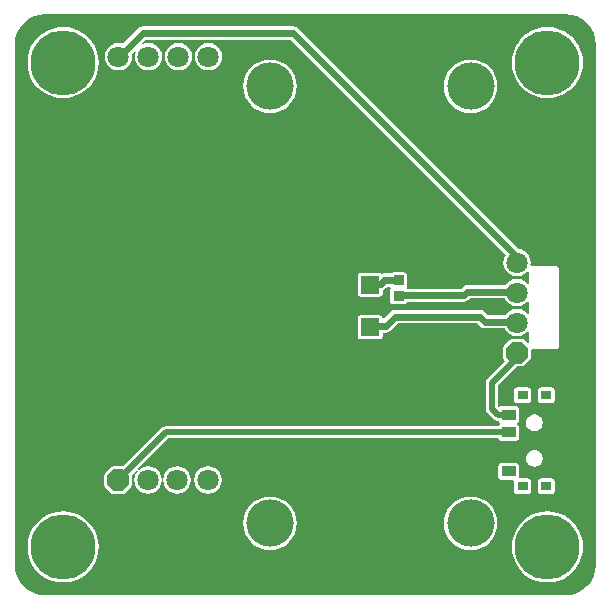
<source format=gtl>
G04 Layer_Physical_Order=1*
G04 Layer_Color=255*
%FSLAX44Y44*%
%MOMM*%
G71*
G01*
G75*
%ADD10R,1.6000X1.5000*%
%ADD11R,0.9500X0.8500*%
%ADD12R,0.9000X0.8000*%
%ADD13R,1.2500X0.9000*%
%ADD14C,0.5000*%
%ADD15C,0.6000*%
%ADD16C,1.8000*%
%ADD17P,1.9483X8X112.5*%
%ADD18P,1.9483X8X22.5*%
%ADD19C,5.5000*%
%ADD20C,4.0000*%
G36*
X475109Y495686D02*
X480022Y494196D01*
X484550Y491776D01*
X488518Y488519D01*
X491776Y484550D01*
X494196Y480022D01*
X495686Y475109D01*
X496165Y470248D01*
X496115Y470000D01*
X496115Y30000D01*
X496165Y29752D01*
X495686Y24891D01*
X494196Y19978D01*
X491776Y15450D01*
X488518Y11482D01*
X484550Y8225D01*
X480022Y5804D01*
X475109Y4314D01*
X471250Y3934D01*
X470000Y3885D01*
X470000Y3885D01*
X468730Y3885D01*
X31269Y3885D01*
X30000Y3885D01*
X28750Y3934D01*
X24891Y4314D01*
X19978Y5804D01*
X15450Y8225D01*
X11481Y11482D01*
X8225Y15450D01*
X5804Y19978D01*
X4314Y24891D01*
X3934Y28751D01*
X3885Y30000D01*
X3885Y30000D01*
X3885Y31252D01*
X3885Y470000D01*
X3835Y470248D01*
X4314Y475109D01*
X5804Y480022D01*
X8225Y484550D01*
X11481Y488519D01*
X15450Y491776D01*
X19978Y494196D01*
X24891Y495686D01*
X29752Y496165D01*
X30000Y496115D01*
X470000Y496115D01*
X470248Y496165D01*
X475109Y495686D01*
D02*
G37*
%LPC*%
G36*
X141540Y113239D02*
X138527Y112843D01*
X135720Y111680D01*
X133310Y109830D01*
X131460Y107420D01*
X130297Y104613D01*
X129901Y101600D01*
X130297Y98588D01*
X131460Y95780D01*
X133310Y93370D01*
X135720Y91520D01*
X138527Y90357D01*
X141540Y89960D01*
X144552Y90357D01*
X147360Y91520D01*
X149770Y93370D01*
X151620Y95780D01*
X152783Y98588D01*
X153180Y101600D01*
X152783Y104613D01*
X151620Y107420D01*
X149770Y109830D01*
X147360Y111680D01*
X144552Y112843D01*
X141540Y113239D01*
D02*
G37*
G36*
X458500Y103090D02*
X449500D01*
X448509Y102893D01*
X447669Y102331D01*
X447107Y101491D01*
X446910Y100500D01*
Y92500D01*
X447107Y91509D01*
X447669Y90669D01*
X448509Y90107D01*
X449500Y89910D01*
X458500D01*
X459491Y90107D01*
X460331Y90669D01*
X460893Y91509D01*
X461090Y92500D01*
Y100500D01*
X460893Y101491D01*
X460331Y102331D01*
X459491Y102893D01*
X458500Y103090D01*
D02*
G37*
G36*
X444505Y127128D02*
X443495D01*
X441739Y126779D01*
X440805Y126392D01*
X439317Y125398D01*
X439317Y125398D01*
X438602Y124683D01*
X438602Y124683D01*
X437608Y123195D01*
X437221Y122261D01*
X436872Y120505D01*
Y120250D01*
X436822Y120000D01*
X436872Y119750D01*
Y119495D01*
X437221Y117739D01*
X437608Y116805D01*
X438602Y115317D01*
X438602Y115317D01*
X439317Y114602D01*
X439317Y114602D01*
X440805Y113608D01*
X441739Y113221D01*
X443495Y112872D01*
X444505D01*
X446261Y113221D01*
X447195Y113608D01*
X448683Y114602D01*
X448683Y114602D01*
X449398Y115317D01*
X449398Y115317D01*
X450392Y116805D01*
X450779Y117739D01*
X451128Y119495D01*
Y119750D01*
X451178Y120000D01*
X451128Y120250D01*
Y120505D01*
X450779Y122261D01*
X450392Y123195D01*
X449398Y124683D01*
X449398Y124683D01*
X448683Y125398D01*
X448683Y125398D01*
X447195Y126392D01*
X446261Y126779D01*
X444505Y127128D01*
D02*
G37*
G36*
X167640Y113239D02*
X164627Y112843D01*
X161820Y111680D01*
X159410Y109830D01*
X157560Y107420D01*
X156397Y104613D01*
X156000Y101600D01*
X156397Y98588D01*
X157560Y95780D01*
X159410Y93370D01*
X161820Y91520D01*
X164627Y90357D01*
X167640Y89960D01*
X170653Y90357D01*
X173460Y91520D01*
X175870Y93370D01*
X177720Y95780D01*
X178883Y98588D01*
X179280Y101600D01*
X178883Y104613D01*
X177720Y107420D01*
X175870Y109830D01*
X173460Y111680D01*
X170653Y112843D01*
X167640Y113239D01*
D02*
G37*
G36*
X428500Y116090D02*
X416000D01*
X415009Y115893D01*
X414169Y115331D01*
X413607Y114491D01*
X413410Y113500D01*
Y104500D01*
X413607Y103509D01*
X414169Y102669D01*
X415009Y102107D01*
X416000Y101910D01*
X425976D01*
X426938Y100640D01*
X426910Y100500D01*
Y92500D01*
X427107Y91509D01*
X427669Y90669D01*
X428509Y90107D01*
X429500Y89910D01*
X438500D01*
X439491Y90107D01*
X440331Y90669D01*
X440893Y91509D01*
X441090Y92500D01*
Y100500D01*
X440893Y101491D01*
X440331Y102331D01*
X439491Y102893D01*
X438500Y103090D01*
X432024D01*
X431062Y104360D01*
X431090Y104500D01*
Y113500D01*
X430893Y114491D01*
X430331Y115331D01*
X429491Y115893D01*
X428500Y116090D01*
D02*
G37*
G36*
X455000Y75133D02*
X450286Y74762D01*
X445688Y73658D01*
X441320Y71849D01*
X437288Y69378D01*
X433693Y66307D01*
X430622Y62712D01*
X428151Y58680D01*
X426342Y54312D01*
X425238Y49714D01*
X424867Y45000D01*
X425238Y40286D01*
X426342Y35689D01*
X428151Y31320D01*
X430622Y27288D01*
X433693Y23693D01*
X437288Y20622D01*
X441320Y18152D01*
X445688Y16342D01*
X450286Y15238D01*
X455000Y14867D01*
X459714Y15238D01*
X464312Y16342D01*
X468680Y18152D01*
X472712Y20622D01*
X476307Y23693D01*
X479378Y27288D01*
X481849Y31320D01*
X483658Y35689D01*
X484762Y40286D01*
X485133Y45000D01*
X484762Y49714D01*
X483658Y54312D01*
X481849Y58680D01*
X479378Y62712D01*
X476307Y66307D01*
X472712Y69378D01*
X468680Y71849D01*
X464312Y73658D01*
X459714Y74762D01*
X455000Y75133D01*
D02*
G37*
G36*
X45000D02*
X40286Y74762D01*
X35688Y73658D01*
X31320Y71849D01*
X27288Y69378D01*
X23693Y66307D01*
X20622Y62712D01*
X18151Y58680D01*
X16342Y54312D01*
X15238Y49714D01*
X14867Y45000D01*
X15238Y40286D01*
X16342Y35689D01*
X18151Y31320D01*
X20622Y27288D01*
X23693Y23693D01*
X27288Y20622D01*
X31320Y18152D01*
X35688Y16342D01*
X40286Y15238D01*
X45000Y14867D01*
X49714Y15238D01*
X54311Y16342D01*
X58680Y18152D01*
X62712Y20622D01*
X66307Y23693D01*
X69378Y27288D01*
X71849Y31320D01*
X73658Y35689D01*
X74762Y40286D01*
X75133Y45000D01*
X74762Y49714D01*
X73658Y54312D01*
X71849Y58680D01*
X69378Y62712D01*
X66307Y66307D01*
X62712Y69378D01*
X58680Y71849D01*
X54311Y73658D01*
X49714Y74762D01*
X45000Y75133D01*
D02*
G37*
G36*
X390000Y87649D02*
X385581Y87214D01*
X381333Y85925D01*
X377417Y83832D01*
X373985Y81015D01*
X371168Y77583D01*
X369075Y73667D01*
X367786Y69419D01*
X367351Y65000D01*
X367786Y60581D01*
X369075Y56333D01*
X371168Y52417D01*
X373985Y48985D01*
X377417Y46168D01*
X381333Y44075D01*
X385581Y42786D01*
X390000Y42351D01*
X394419Y42786D01*
X398667Y44075D01*
X402583Y46168D01*
X406015Y48985D01*
X408832Y52417D01*
X410925Y56333D01*
X412214Y60581D01*
X412649Y65000D01*
X412214Y69419D01*
X410925Y73667D01*
X408832Y77583D01*
X406015Y81015D01*
X402583Y83832D01*
X398667Y85925D01*
X394419Y87214D01*
X390000Y87649D01*
D02*
G37*
G36*
X220000D02*
X215581Y87214D01*
X211333Y85925D01*
X207417Y83832D01*
X203985Y81015D01*
X201168Y77583D01*
X199075Y73667D01*
X197786Y69419D01*
X197351Y65000D01*
X197786Y60581D01*
X199075Y56333D01*
X201168Y52417D01*
X203985Y48985D01*
X207417Y46168D01*
X211333Y44075D01*
X215581Y42786D01*
X220000Y42351D01*
X224419Y42786D01*
X228667Y44075D01*
X232583Y46168D01*
X236015Y48985D01*
X238832Y52417D01*
X240925Y56333D01*
X242214Y60581D01*
X242649Y65000D01*
X242214Y69419D01*
X240925Y73667D01*
X238832Y77583D01*
X236015Y81015D01*
X232583Y83832D01*
X228667Y85925D01*
X224419Y87214D01*
X220000Y87649D01*
D02*
G37*
G36*
X444505Y157128D02*
X443495D01*
X441739Y156779D01*
X440805Y156392D01*
X439317Y155398D01*
X439317Y155398D01*
X438602Y154683D01*
X438602Y154683D01*
X437608Y153195D01*
X437221Y152261D01*
X436872Y150505D01*
Y150250D01*
X436822Y150000D01*
X436872Y149750D01*
Y149495D01*
X437221Y147739D01*
X437608Y146805D01*
X438602Y145317D01*
X438602Y145317D01*
X439317Y144602D01*
X439317Y144602D01*
X440805Y143608D01*
X441739Y143221D01*
X443495Y142872D01*
X444505D01*
X446261Y143221D01*
X447195Y143608D01*
X448683Y144602D01*
X448683Y144602D01*
X449398Y145317D01*
X449398Y145317D01*
X450392Y146805D01*
X450779Y147739D01*
X451128Y149495D01*
Y149750D01*
X451178Y150000D01*
X451128Y150250D01*
Y150505D01*
X450779Y152261D01*
X450392Y153195D01*
X449398Y154683D01*
X449398Y154683D01*
X448683Y155398D01*
X448683Y155398D01*
X447195Y156392D01*
X446261Y156779D01*
X444505Y157128D01*
D02*
G37*
G36*
X455000Y485133D02*
X450286Y484762D01*
X445688Y483658D01*
X441320Y481849D01*
X437288Y479378D01*
X433693Y476307D01*
X430622Y472712D01*
X428151Y468680D01*
X426342Y464312D01*
X425238Y459714D01*
X424867Y455000D01*
X425238Y450286D01*
X426342Y445689D01*
X428151Y441320D01*
X430622Y437288D01*
X433693Y433693D01*
X437288Y430622D01*
X441320Y428152D01*
X445688Y426342D01*
X450286Y425238D01*
X455000Y424867D01*
X459714Y425238D01*
X464312Y426342D01*
X468680Y428152D01*
X472712Y430622D01*
X476307Y433693D01*
X479378Y437288D01*
X481849Y441320D01*
X483658Y445689D01*
X484762Y450286D01*
X485133Y455000D01*
X484762Y459714D01*
X483658Y464312D01*
X481849Y468680D01*
X479378Y472712D01*
X476307Y476307D01*
X472712Y479378D01*
X468680Y481849D01*
X464312Y483658D01*
X459714Y484762D01*
X455000Y485133D01*
D02*
G37*
G36*
X45000D02*
X40286Y484762D01*
X35688Y483658D01*
X31320Y481849D01*
X27288Y479378D01*
X23693Y476307D01*
X20622Y472712D01*
X18151Y468680D01*
X16342Y464312D01*
X15238Y459714D01*
X14867Y455000D01*
X15238Y450286D01*
X16342Y445689D01*
X18151Y441320D01*
X20622Y437288D01*
X23693Y433693D01*
X27288Y430622D01*
X31320Y428152D01*
X35688Y426342D01*
X40286Y425238D01*
X45000Y424867D01*
X49714Y425238D01*
X54311Y426342D01*
X58680Y428152D01*
X62712Y430622D01*
X66307Y433693D01*
X69378Y437288D01*
X71849Y441320D01*
X73658Y445689D01*
X74762Y450286D01*
X75133Y455000D01*
X74762Y459714D01*
X73658Y464312D01*
X71849Y468680D01*
X69378Y472712D01*
X66307Y476307D01*
X62712Y479378D01*
X58680Y481849D01*
X54311Y483658D01*
X49714Y484762D01*
X45000Y485133D01*
D02*
G37*
G36*
X168000Y471640D02*
X164988Y471243D01*
X162180Y470080D01*
X159770Y468230D01*
X157920Y465820D01*
X156757Y463013D01*
X156360Y460000D01*
X156757Y456987D01*
X157920Y454180D01*
X159770Y451770D01*
X162180Y449920D01*
X164988Y448757D01*
X168000Y448360D01*
X171012Y448757D01*
X173820Y449920D01*
X176230Y451770D01*
X178080Y454180D01*
X179243Y456987D01*
X179639Y460000D01*
X179243Y463013D01*
X178080Y465820D01*
X176230Y468230D01*
X173820Y470080D01*
X171012Y471243D01*
X168000Y471640D01*
D02*
G37*
G36*
X142600D02*
X139587Y471243D01*
X136780Y470080D01*
X134370Y468230D01*
X132520Y465820D01*
X131357Y463013D01*
X130960Y460000D01*
X131357Y456987D01*
X132520Y454180D01*
X134370Y451770D01*
X136780Y449920D01*
X139587Y448757D01*
X142600Y448360D01*
X145612Y448757D01*
X148420Y449920D01*
X150830Y451770D01*
X152680Y454180D01*
X153843Y456987D01*
X154240Y460000D01*
X153843Y463013D01*
X152680Y465820D01*
X150830Y468230D01*
X148420Y470080D01*
X145612Y471243D01*
X142600Y471640D01*
D02*
G37*
G36*
X390000Y457649D02*
X385581Y457214D01*
X381333Y455925D01*
X377417Y453832D01*
X373985Y451015D01*
X371168Y447583D01*
X369075Y443667D01*
X367786Y439419D01*
X367351Y435000D01*
X367786Y430582D01*
X369075Y426333D01*
X371168Y422417D01*
X373985Y418985D01*
X377417Y416168D01*
X381333Y414075D01*
X385581Y412786D01*
X390000Y412351D01*
X394419Y412786D01*
X398667Y414075D01*
X402583Y416168D01*
X406015Y418985D01*
X408832Y422417D01*
X410925Y426333D01*
X412214Y430582D01*
X412649Y435000D01*
X412214Y439419D01*
X410925Y443667D01*
X408832Y447583D01*
X406015Y451015D01*
X402583Y453832D01*
X398667Y455925D01*
X394419Y457214D01*
X390000Y457649D01*
D02*
G37*
G36*
X458500Y180090D02*
X449500D01*
X448509Y179893D01*
X447669Y179331D01*
X447107Y178491D01*
X446910Y177500D01*
Y169500D01*
X447107Y168509D01*
X447669Y167669D01*
X448509Y167107D01*
X449500Y166910D01*
X458500D01*
X459491Y167107D01*
X460331Y167669D01*
X460893Y168509D01*
X461090Y169500D01*
Y177500D01*
X460893Y178491D01*
X460331Y179331D01*
X459491Y179893D01*
X458500Y180090D01*
D02*
G37*
G36*
X438500D02*
X429500D01*
X428509Y179893D01*
X427669Y179331D01*
X427107Y178491D01*
X426910Y177500D01*
Y169500D01*
X427107Y168509D01*
X427669Y167669D01*
X428509Y167107D01*
X429500Y166910D01*
X438500D01*
X439491Y167107D01*
X440331Y167669D01*
X440893Y168509D01*
X441090Y169500D01*
Y177500D01*
X440893Y178491D01*
X440331Y179331D01*
X439491Y179893D01*
X438500Y180090D01*
D02*
G37*
G36*
X220000Y457649D02*
X215581Y457214D01*
X211333Y455925D01*
X207417Y453832D01*
X203985Y451015D01*
X201168Y447583D01*
X199075Y443667D01*
X197786Y439419D01*
X197351Y435000D01*
X197786Y430582D01*
X199075Y426333D01*
X201168Y422417D01*
X203985Y418985D01*
X207417Y416168D01*
X211333Y414075D01*
X215581Y412786D01*
X220000Y412351D01*
X224419Y412786D01*
X228667Y414075D01*
X232583Y416168D01*
X236015Y418985D01*
X238832Y422417D01*
X240925Y426333D01*
X242214Y430582D01*
X242649Y435000D01*
X242214Y439419D01*
X240925Y443667D01*
X238832Y447583D01*
X236015Y451015D01*
X232583Y453832D01*
X228667Y455925D01*
X224419Y457214D01*
X220000Y457649D01*
D02*
G37*
G36*
X240000Y485649D02*
X240000Y485648D01*
X112400D01*
X110238Y485219D01*
X108406Y483994D01*
X108406Y483994D01*
X95408Y470996D01*
X94812Y471243D01*
X91800Y471640D01*
X88787Y471243D01*
X85980Y470080D01*
X83570Y468230D01*
X81720Y465820D01*
X80557Y463013D01*
X80160Y460000D01*
X80557Y456987D01*
X81720Y454180D01*
X83570Y451770D01*
X85980Y449920D01*
X88787Y448757D01*
X91800Y448360D01*
X94812Y448757D01*
X97620Y449920D01*
X100030Y451770D01*
X101880Y454180D01*
X103043Y456987D01*
X103440Y460000D01*
X103085Y462696D01*
X105418Y465030D01*
X106495Y464310D01*
X105957Y463013D01*
X105560Y460000D01*
X105957Y456987D01*
X107120Y454180D01*
X108970Y451770D01*
X111380Y449920D01*
X114187Y448757D01*
X117200Y448360D01*
X120212Y448757D01*
X123020Y449920D01*
X125430Y451770D01*
X127280Y454180D01*
X128443Y456987D01*
X128840Y460000D01*
X128443Y463013D01*
X127280Y465820D01*
X125430Y468230D01*
X123020Y470080D01*
X120212Y471243D01*
X117200Y471640D01*
X114187Y471243D01*
X112890Y470705D01*
X112170Y471782D01*
X114740Y474352D01*
X237660D01*
X419728Y292284D01*
X419180Y291570D01*
X418017Y288762D01*
X417621Y285750D01*
X418017Y282738D01*
X419180Y279930D01*
X421030Y277520D01*
X423440Y275670D01*
X426247Y274507D01*
X429260Y274110D01*
X432272Y274507D01*
X435080Y275670D01*
X437490Y277520D01*
X438200Y278445D01*
X439470Y278013D01*
Y268086D01*
X438200Y267655D01*
X437490Y268580D01*
X435080Y270430D01*
X432272Y271593D01*
X429260Y271989D01*
X426247Y271593D01*
X423440Y270430D01*
X421030Y268580D01*
X419709Y266859D01*
X387210D01*
X387210Y266859D01*
X385049Y266429D01*
X383216Y265204D01*
X381660Y263648D01*
X336301D01*
X336172Y263800D01*
X335774Y264826D01*
X335830Y265056D01*
X336073Y265419D01*
X336270Y266410D01*
Y274910D01*
X336073Y275901D01*
X335511Y276741D01*
X334671Y277303D01*
X333680Y277500D01*
X324180D01*
X323189Y277303D01*
X322349Y276741D01*
X322287Y276649D01*
X317000D01*
X317000Y276649D01*
X314838Y276218D01*
X314710Y276133D01*
X314631Y276251D01*
X313791Y276813D01*
X312800Y277010D01*
X296800D01*
X295809Y276813D01*
X294969Y276251D01*
X294407Y275411D01*
X294210Y274420D01*
Y259420D01*
X294407Y258429D01*
X294969Y257589D01*
X295809Y257027D01*
X296800Y256830D01*
X312800D01*
X313791Y257027D01*
X314631Y257589D01*
X315193Y258429D01*
X315390Y259420D01*
Y262628D01*
X316162Y262781D01*
X317994Y264006D01*
X319340Y265352D01*
X321833D01*
X322030Y265056D01*
X322247Y264160D01*
X322030Y263264D01*
X321787Y262901D01*
X321590Y261910D01*
Y253410D01*
X321787Y252419D01*
X322349Y251579D01*
X323189Y251017D01*
X324180Y250820D01*
X333680D01*
X334671Y251017D01*
X335511Y251579D01*
X336027Y252351D01*
X384000D01*
X384000Y252351D01*
X386162Y252781D01*
X387994Y254006D01*
X389550Y255562D01*
X418753D01*
X419180Y254530D01*
X421030Y252120D01*
X423440Y250270D01*
X426247Y249107D01*
X429260Y248710D01*
X432272Y249107D01*
X435080Y250270D01*
X437490Y252120D01*
X438200Y253045D01*
X439470Y252614D01*
Y242687D01*
X438200Y242255D01*
X437490Y243180D01*
X435080Y245030D01*
X432272Y246193D01*
X429260Y246590D01*
X426247Y246193D01*
X423440Y245030D01*
X421030Y243180D01*
X419709Y241459D01*
X404529D01*
X401994Y243994D01*
X400162Y245219D01*
X398000Y245649D01*
X398000Y245648D01*
X326000D01*
X326000Y245649D01*
X323838Y245219D01*
X322006Y243994D01*
X322006Y243994D01*
X316624Y238613D01*
X315265Y239049D01*
X315193Y239411D01*
X314631Y240251D01*
X313791Y240813D01*
X312800Y241010D01*
X296800D01*
X295809Y240813D01*
X294969Y240251D01*
X294407Y239411D01*
X294210Y238420D01*
Y223420D01*
X294407Y222429D01*
X294969Y221589D01*
X295809Y221027D01*
X296800Y220830D01*
X312800D01*
X313791Y221027D01*
X314631Y221589D01*
X315193Y222429D01*
X315390Y223420D01*
Y226352D01*
X318000D01*
X318000Y226352D01*
X320162Y226782D01*
X321994Y228006D01*
X328340Y234352D01*
X395660D01*
X398196Y231816D01*
X398196Y231816D01*
X400028Y230592D01*
X402190Y230162D01*
X402190Y230162D01*
X418753D01*
X419180Y229130D01*
X421030Y226720D01*
X423440Y224870D01*
X426247Y223707D01*
X429260Y223310D01*
X432272Y223707D01*
X435080Y224870D01*
X437490Y226720D01*
X438200Y227645D01*
X439470Y227213D01*
Y218162D01*
X438297Y217675D01*
X435591Y220381D01*
X434751Y220943D01*
X433760Y221140D01*
X424760D01*
X423769Y220943D01*
X422929Y220381D01*
X418429Y215881D01*
X417867Y215041D01*
X417670Y214050D01*
Y205050D01*
X417867Y204059D01*
X418429Y203219D01*
X419190Y202457D01*
X404366Y187634D01*
X403252Y185966D01*
X402861Y184000D01*
Y162000D01*
X403252Y160033D01*
X404366Y158366D01*
X409366Y153366D01*
X411034Y152252D01*
X413000Y151861D01*
X413537D01*
X413607Y151509D01*
X414169Y150669D01*
X414916Y150169D01*
X414990Y149500D01*
X414916Y148831D01*
X414169Y148331D01*
X413607Y147491D01*
X413537Y147139D01*
X131840D01*
X129874Y146748D01*
X128206Y145634D01*
X95763Y113190D01*
X86940D01*
X85949Y112993D01*
X85109Y112431D01*
X80609Y107931D01*
X80047Y107091D01*
X79850Y106100D01*
Y97100D01*
X80047Y96109D01*
X80609Y95269D01*
X85109Y90769D01*
X85949Y90207D01*
X86940Y90010D01*
X95940D01*
X96931Y90207D01*
X97771Y90769D01*
X102271Y95269D01*
X102833Y96109D01*
X103030Y97100D01*
Y105922D01*
X107243Y110136D01*
X108200Y109297D01*
X106760Y107420D01*
X105597Y104613D01*
X105200Y101600D01*
X105597Y98588D01*
X106760Y95780D01*
X108610Y93370D01*
X111020Y91520D01*
X113827Y90357D01*
X116840Y89960D01*
X119853Y90357D01*
X122660Y91520D01*
X125070Y93370D01*
X126920Y95780D01*
X128083Y98588D01*
X128479Y101600D01*
X128083Y104613D01*
X126920Y107420D01*
X125070Y109830D01*
X122660Y111680D01*
X119853Y112843D01*
X116840Y113239D01*
X113827Y112843D01*
X111020Y111680D01*
X109143Y110240D01*
X108304Y111197D01*
X133968Y136861D01*
X413537D01*
X413607Y136509D01*
X414169Y135669D01*
X415009Y135107D01*
X416000Y134910D01*
X428500D01*
X429491Y135107D01*
X430331Y135669D01*
X430893Y136509D01*
X431090Y137500D01*
Y146500D01*
X430893Y147491D01*
X430331Y148331D01*
X429584Y148831D01*
X429510Y149500D01*
X429584Y150169D01*
X430331Y150669D01*
X430893Y151509D01*
X431090Y152500D01*
Y161500D01*
X430893Y162491D01*
X430331Y163331D01*
X429491Y163893D01*
X428500Y164090D01*
X416000D01*
X415009Y163893D01*
X414169Y163331D01*
X414075Y163322D01*
X413139Y164203D01*
Y181871D01*
X429227Y197960D01*
X433760D01*
X434751Y198157D01*
X435591Y198719D01*
X440091Y203219D01*
X440653Y204059D01*
X440850Y205050D01*
Y211506D01*
X442060Y212560D01*
X462060D01*
X463051Y212757D01*
X463891Y213319D01*
X464453Y214159D01*
X464650Y215150D01*
Y280150D01*
X464453Y281141D01*
X463891Y281981D01*
X463051Y282543D01*
X462060Y282740D01*
X442060D01*
X441777Y282683D01*
X440624Y283656D01*
X440900Y285750D01*
X440503Y288762D01*
X439340Y291570D01*
X437490Y293980D01*
X435080Y295830D01*
X432272Y296993D01*
X430802Y297187D01*
X243994Y483994D01*
X242162Y485219D01*
X240000Y485649D01*
D02*
G37*
%LPD*%
D10*
X304800Y266920D02*
D03*
Y230920D02*
D03*
D11*
X328930Y257660D02*
D03*
Y270660D02*
D03*
D12*
X434000Y96500D02*
D03*
X454000D02*
D03*
X434000Y173500D02*
D03*
X454000D02*
D03*
D13*
X422250Y157000D02*
D03*
Y142000D02*
D03*
Y109000D02*
D03*
D14*
X429260Y205260D02*
Y209550D01*
X408000Y184000D02*
X429260Y205260D01*
X408000Y162000D02*
Y184000D01*
Y162000D02*
X413000Y157000D01*
X422250D01*
X131840Y142000D02*
X422250D01*
X91440Y101600D02*
X131840Y142000D01*
D15*
X305000Y268000D02*
X314000D01*
X317000Y271000D01*
X330000D01*
X387210Y261210D02*
X430000D01*
X384000Y258000D02*
X387210Y261210D01*
X330000Y258000D02*
X384000D01*
X305000Y232000D02*
X318000D01*
X326000Y240000D01*
X398000D01*
X402190Y235810D01*
X430000D01*
Y286610D02*
Y290000D01*
X91900Y459500D02*
X112400Y480000D01*
X240000D01*
X430000Y290000D01*
D16*
X91800Y460000D02*
D03*
X168000D02*
D03*
X142600D02*
D03*
X117200D02*
D03*
X429260Y285750D02*
D03*
Y260350D02*
D03*
Y234950D02*
D03*
X167640Y101600D02*
D03*
X141540D02*
D03*
X116840D02*
D03*
D17*
X429260Y209550D02*
D03*
D18*
X91440Y101600D02*
D03*
D19*
X455000Y45000D02*
D03*
X45000D02*
D03*
X455000Y455000D02*
D03*
X45000D02*
D03*
D20*
X220000Y435000D02*
D03*
X390000D02*
D03*
Y65000D02*
D03*
X220000D02*
D03*
M02*

</source>
